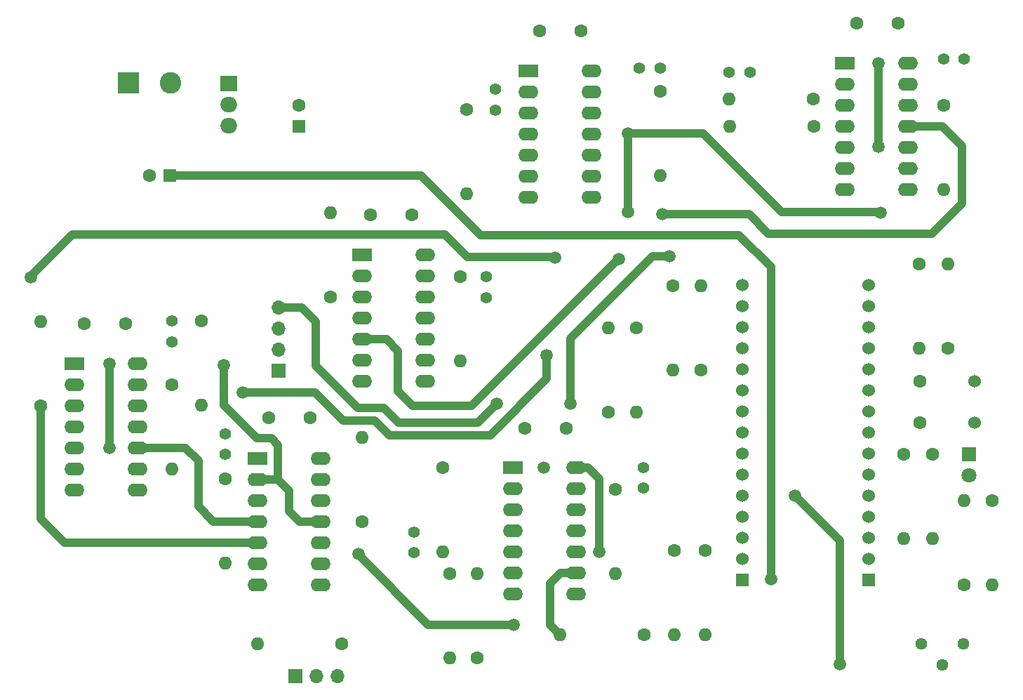
<source format=gbr>
%TF.GenerationSoftware,KiCad,Pcbnew,8.0.0*%
%TF.CreationDate,2025-03-12T14:14:52+01:00*%
%TF.ProjectId,Coincidence_board,436f696e-6369-4646-956e-63655f626f61,rev?*%
%TF.SameCoordinates,Original*%
%TF.FileFunction,Copper,L1,Top*%
%TF.FilePolarity,Positive*%
%FSLAX46Y46*%
G04 Gerber Fmt 4.6, Leading zero omitted, Abs format (unit mm)*
G04 Created by KiCad (PCBNEW 8.0.0) date 2025-03-12 14:14:52*
%MOMM*%
%LPD*%
G01*
G04 APERTURE LIST*
%TA.AperFunction,ComponentPad*%
%ADD10C,1.600000*%
%TD*%
%TA.AperFunction,ComponentPad*%
%ADD11O,1.600000X1.600000*%
%TD*%
%TA.AperFunction,ComponentPad*%
%ADD12C,1.400000*%
%TD*%
%TA.AperFunction,ComponentPad*%
%ADD13R,1.530000X1.530000*%
%TD*%
%TA.AperFunction,ComponentPad*%
%ADD14C,1.530000*%
%TD*%
%TA.AperFunction,ComponentPad*%
%ADD15R,2.600000X2.600000*%
%TD*%
%TA.AperFunction,ComponentPad*%
%ADD16C,2.600000*%
%TD*%
%TA.AperFunction,ComponentPad*%
%ADD17R,1.600000X1.600000*%
%TD*%
%TA.AperFunction,ComponentPad*%
%ADD18C,1.524000*%
%TD*%
%TA.AperFunction,ComponentPad*%
%ADD19R,2.000000X1.905000*%
%TD*%
%TA.AperFunction,ComponentPad*%
%ADD20O,2.000000X1.905000*%
%TD*%
%TA.AperFunction,ComponentPad*%
%ADD21R,2.400000X1.600000*%
%TD*%
%TA.AperFunction,ComponentPad*%
%ADD22O,2.400000X1.600000*%
%TD*%
%TA.AperFunction,ComponentPad*%
%ADD23R,1.700000X1.700000*%
%TD*%
%TA.AperFunction,ComponentPad*%
%ADD24O,1.700000X1.700000*%
%TD*%
%TA.AperFunction,ComponentPad*%
%ADD25R,1.800000X1.800000*%
%TD*%
%TA.AperFunction,ComponentPad*%
%ADD26C,1.800000*%
%TD*%
%TA.AperFunction,ComponentPad*%
%ADD27C,1.440000*%
%TD*%
%TA.AperFunction,ViaPad*%
%ADD28C,1.500000*%
%TD*%
%TA.AperFunction,Conductor*%
%ADD29C,1.000000*%
%TD*%
G04 APERTURE END LIST*
D10*
%TO.P,R1,1*%
%TO.N,SW1_OUT*%
X244925000Y-120705000D03*
D11*
%TO.P,R1,2*%
%TO.N,GND*%
X244925000Y-130865000D03*
%TD*%
D10*
%TO.P,R17,1*%
%TO.N,B2out_nuc*%
X209320000Y-115560000D03*
D11*
%TO.P,R17,2*%
%TO.N,B2out*%
X209320000Y-105400000D03*
%TD*%
D12*
%TO.P,C5,1*%
%TO.N,GND*%
X213020000Y-74120000D03*
%TO.P,C5,2*%
%TO.N,Net-(U2B-~{S})*%
X215520000Y-74120000D03*
%TD*%
D10*
%TO.P,R24,1*%
%TO.N,ABCout_nuc*%
X177135000Y-143525000D03*
D11*
%TO.P,R24,2*%
%TO.N,ABCout*%
X166975000Y-143525000D03*
%TD*%
D10*
%TO.P,R25,1*%
%TO.N,GND*%
X246780000Y-97710000D03*
D11*
%TO.P,R25,2*%
%TO.N,AB2out_nuc*%
X246780000Y-107870000D03*
%TD*%
D13*
%TO.P,U8,CN3_1,PA9*%
%TO.N,ABCout_nuc*%
X240745000Y-135845000D03*
D14*
%TO.P,U8,CN3_2,PA10*%
%TO.N,unconnected-(U8A-PA10-PadCN3_2)*%
X240745000Y-133305000D03*
%TO.P,U8,CN3_3,NRST_CN3*%
%TO.N,unconnected-(U8A-NRST_CN3-PadCN3_3)*%
X240745000Y-130765000D03*
%TO.P,U8,CN3_4,GND_CN3*%
%TO.N,GND*%
X240745000Y-128225000D03*
%TO.P,U8,CN3_5,PA12*%
%TO.N,BC2out_nuc*%
X240745000Y-125685000D03*
%TO.P,U8,CN3_6,PB0*%
%TO.N,LED_OUT*%
X240745000Y-123145000D03*
%TO.P,U8,CN3_7,PB7*%
%TO.N,SW1_OUT*%
X240745000Y-120605000D03*
%TO.P,U8,CN3_8,PB6*%
%TO.N,unconnected-(U8A-PB6-PadCN3_8)*%
X240745000Y-118065000D03*
%TO.P,U8,CN3_9,PB1*%
%TO.N,unconnected-(U8A-PB1-PadCN3_9)*%
X240745000Y-115525000D03*
%TO.P,U8,CN3_10,PC14*%
%TO.N,unconnected-(U8A-PC14-PadCN3_10)*%
X240745000Y-112985000D03*
%TO.P,U8,CN3_11,PC15*%
%TO.N,unconnected-(U8A-PC15-PadCN3_11)*%
X240745000Y-110445000D03*
%TO.P,U8,CN3_12,PA8*%
%TO.N,AB2out_nuc*%
X240745000Y-107905000D03*
%TO.P,U8,CN3_13,PA11*%
%TO.N,unconnected-(U8A-PA11-PadCN3_13)*%
X240745000Y-105365000D03*
%TO.P,U8,CN3_14,PB5*%
%TO.N,AC2out_nuc*%
X240745000Y-102825000D03*
%TO.P,U8,CN3_15,PB4*%
%TO.N,unconnected-(U8A-PB4-PadCN3_15)*%
X240745000Y-100285000D03*
D13*
%TO.P,U8,CN4_1,VIN*%
%TO.N,VIN*%
X225505000Y-135845000D03*
D14*
%TO.P,U8,CN4_2,GND_CN4*%
%TO.N,GND*%
X225505000Y-133305000D03*
%TO.P,U8,CN4_3,NRST_CN4*%
%TO.N,unconnected-(U8B-NRST_CN4-PadCN4_3)*%
X225505000Y-130765000D03*
%TO.P,U8,CN4_4,+5V*%
%TO.N,5V_NUC*%
X225505000Y-128225000D03*
%TO.P,U8,CN4_5,PA2*%
%TO.N,POT_OUT*%
X225505000Y-125685000D03*
%TO.P,U8,CN4_6,PA7*%
%TO.N,unconnected-(U8B-PA7-PadCN4_6)*%
X225505000Y-123145000D03*
%TO.P,U8,CN4_7,PA6*%
%TO.N,C2out_nuc*%
X225505000Y-120605000D03*
%TO.P,U8,CN4_8,PA5*%
%TO.N,unconnected-(U8B-PA5-PadCN4_8)*%
X225505000Y-118065000D03*
%TO.P,U8,CN4_9,PA4*%
%TO.N,B2out_nuc*%
X225505000Y-115525000D03*
%TO.P,U8,CN4_10,PA3*%
%TO.N,unconnected-(U8B-PA3-PadCN4_10)*%
X225505000Y-112985000D03*
%TO.P,U8,CN4_11,PA1*%
%TO.N,A2out_nuc*%
X225505000Y-110445000D03*
%TO.P,U8,CN4_12,PA0*%
%TO.N,unconnected-(U8B-PA0-PadCN4_12)*%
X225505000Y-107905000D03*
%TO.P,U8,CN4_13,AREF*%
%TO.N,unconnected-(U8B-AREF-PadCN4_13)*%
X225505000Y-105365000D03*
%TO.P,U8,CN4_14,+3V3*%
%TO.N,3.3V_NUC*%
X225505000Y-102825000D03*
%TO.P,U8,CN4_15,PB3*%
%TO.N,unconnected-(U8B-PB3-PadCN4_15)*%
X225505000Y-100285000D03*
%TD*%
D15*
%TO.P,J3,1,Pin_1*%
%TO.N,GND*%
X151355000Y-75917623D03*
D16*
%TO.P,J3,2,Pin_2*%
%TO.N,VIN*%
X156435000Y-75917623D03*
%TD*%
D10*
%TO.P,R29,1*%
%TO.N,GND*%
X252200000Y-136460000D03*
D11*
%TO.P,R29,2*%
%TO.N,BC2out_nuc*%
X252200000Y-126300000D03*
%TD*%
D10*
%TO.P,R13,1*%
%TO.N,Net-(U6B-~{R})*%
X249800000Y-78600000D03*
D11*
%TO.P,R13,2*%
%TO.N,Net-(U6B-~{Q})*%
X249800000Y-88760000D03*
%TD*%
D10*
%TO.P,R28,1*%
%TO.N,AC2out_nuc*%
X213650000Y-142475000D03*
D11*
%TO.P,R28,2*%
%TO.N,AC2out*%
X203490000Y-142475000D03*
%TD*%
D17*
%TO.P,C2,1*%
%TO.N,5V*%
X172000000Y-81100000D03*
D10*
%TO.P,C2,2*%
%TO.N,GND*%
X172000000Y-78600000D03*
%TD*%
D18*
%TO.P,SW1,1,1*%
%TO.N,3.3V_NUC*%
X253505000Y-111885000D03*
%TO.P,SW1,2,2*%
%TO.N,SW1_OUT*%
X253505000Y-116885000D03*
%TD*%
D12*
%TO.P,C6,1*%
%TO.N,GND*%
X156600000Y-104625000D03*
%TO.P,C6,2*%
%TO.N,Net-(U1B-~{R})*%
X156600000Y-107125000D03*
%TD*%
D19*
%TO.P,U3,1,VI*%
%TO.N,VIN*%
X163455000Y-75932623D03*
D20*
%TO.P,U3,2,GND*%
%TO.N,GND*%
X163455000Y-78472623D03*
%TO.P,U3,3,VO*%
%TO.N,5V*%
X163455000Y-81012623D03*
%TD*%
D10*
%TO.P,C1,1*%
%TO.N,3.3V_NUC*%
X246905000Y-111885000D03*
%TO.P,C1,2*%
%TO.N,SW1_OUT*%
X246905000Y-116885000D03*
%TD*%
%TO.P,R14,1*%
%TO.N,Net-(U4A-~{R})*%
X163045000Y-123680000D03*
D11*
%TO.P,R14,2*%
%TO.N,Net-(U4A-~{Q})*%
X163045000Y-133840000D03*
%TD*%
D21*
%TO.P,U5,1,~{R}*%
%TO.N,5V*%
X197800000Y-122320000D03*
D22*
%TO.P,U5,2,D*%
%TO.N,GND*%
X197800000Y-124860000D03*
%TO.P,U5,3,C*%
%TO.N,Net-(U4B-~{Q})*%
X197800000Y-127400000D03*
%TO.P,U5,4,~{S}*%
%TO.N,Net-(U5A-~{S})*%
X197800000Y-129940000D03*
%TO.P,U5,5,Q*%
%TO.N,Net-(U5A-Q)*%
X197800000Y-132480000D03*
%TO.P,U5,6,~{Q}*%
%TO.N,C2out*%
X197800000Y-135020000D03*
%TO.P,U5,7,GND*%
%TO.N,GND*%
X197800000Y-137560000D03*
%TO.P,U5,8,~{Q}*%
%TO.N,Net-(U5B-~{Q})*%
X205420000Y-137560000D03*
%TO.P,U5,9,Q*%
%TO.N,AC2out*%
X205420000Y-135020000D03*
%TO.P,U5,10,~{S}*%
%TO.N,5V*%
X205420000Y-132480000D03*
%TO.P,U5,11,C*%
%TO.N,Net-(U4B-Q)*%
X205420000Y-129940000D03*
%TO.P,U5,12,D*%
%TO.N,A2in*%
X205420000Y-127400000D03*
%TO.P,U5,13,~{R}*%
%TO.N,Net-(U5B-~{R})*%
X205420000Y-124860000D03*
%TO.P,U5,14,VCC*%
%TO.N,5V*%
X205420000Y-122320000D03*
%TD*%
D10*
%TO.P,R10,1*%
%TO.N,A2in*%
X234040000Y-77820000D03*
D11*
%TO.P,R10,2*%
%TO.N,GND*%
X223880000Y-77820000D03*
%TD*%
D10*
%TO.P,R18,1*%
%TO.N,GND*%
X212700000Y-105420000D03*
D11*
%TO.P,R18,2*%
%TO.N,B2out_nuc*%
X212700000Y-115580000D03*
%TD*%
D10*
%TO.P,C9,1*%
%TO.N,GND*%
X239250000Y-68675000D03*
%TO.P,C9,2*%
%TO.N,5V*%
X244250000Y-68675000D03*
%TD*%
%TO.P,R5,1*%
%TO.N,BC2out*%
X140780000Y-114800000D03*
D11*
%TO.P,R5,2*%
%TO.N,GND*%
X140780000Y-104640000D03*
%TD*%
D21*
%TO.P,U6,1,~{R}*%
%TO.N,5V*%
X237860000Y-73520000D03*
D22*
%TO.P,U6,2,D*%
%TO.N,GND*%
X237860000Y-76060000D03*
%TO.P,U6,3,C*%
%TO.N,A2in*%
X237860000Y-78600000D03*
%TO.P,U6,4,~{S}*%
%TO.N,Net-(U6A-~{S})*%
X237860000Y-81140000D03*
%TO.P,U6,5,Q*%
%TO.N,Net-(U6A-Q)*%
X237860000Y-83680000D03*
%TO.P,U6,6,~{Q}*%
%TO.N,A2out*%
X237860000Y-86220000D03*
%TO.P,U6,7,GND*%
%TO.N,GND*%
X237860000Y-88760000D03*
%TO.P,U6,8,~{Q}*%
%TO.N,Net-(U6B-~{Q})*%
X245480000Y-88760000D03*
%TO.P,U6,9,Q*%
%TO.N,AB2out*%
X245480000Y-86220000D03*
%TO.P,U6,10,~{S}*%
%TO.N,5V*%
X245480000Y-83680000D03*
%TO.P,U6,11,C*%
%TO.N,Net-(U4A-C)*%
X245480000Y-81140000D03*
%TO.P,U6,12,D*%
%TO.N,A2in*%
X245480000Y-78600000D03*
%TO.P,U6,13,~{R}*%
%TO.N,Net-(U6B-~{R})*%
X245480000Y-76060000D03*
%TO.P,U6,14,VCC*%
%TO.N,5V*%
X245480000Y-73520000D03*
%TD*%
D10*
%TO.P,C8,1*%
%TO.N,5V*%
X151080000Y-104920000D03*
%TO.P,C8,2*%
%TO.N,GND*%
X146080000Y-104920000D03*
%TD*%
%TO.P,R19,1*%
%TO.N,GND*%
X217120000Y-100320000D03*
D11*
%TO.P,R19,2*%
%TO.N,A2out_nuc*%
X217120000Y-110480000D03*
%TD*%
D10*
%TO.P,R21,1*%
%TO.N,GND*%
X190120000Y-135060000D03*
D11*
%TO.P,R21,2*%
%TO.N,C2out_nuc*%
X190120000Y-145220000D03*
%TD*%
D12*
%TO.P,C14,1*%
%TO.N,GND*%
X213540000Y-122270000D03*
%TO.P,C14,2*%
%TO.N,Net-(U5B-~{R})*%
X213540000Y-124770000D03*
%TD*%
D10*
%TO.P,R2,1*%
%TO.N,C2in*%
X179578000Y-128778000D03*
D11*
%TO.P,R2,2*%
%TO.N,GND*%
X179578000Y-118618000D03*
%TD*%
D10*
%TO.P,R12,1*%
%TO.N,Net-(U6A-~{S})*%
X234080000Y-81120000D03*
D11*
%TO.P,R12,2*%
%TO.N,Net-(U6A-Q)*%
X223920000Y-81120000D03*
%TD*%
D10*
%TO.P,R15,1*%
%TO.N,Net-(U7B-~{S})*%
X191400000Y-99240000D03*
D11*
%TO.P,R15,2*%
%TO.N,Net-(U7B-Q)*%
X191400000Y-109400000D03*
%TD*%
D21*
%TO.P,U4,1,~{R}*%
%TO.N,Net-(U4A-~{R})*%
X167005000Y-121160000D03*
D22*
%TO.P,U4,2,D*%
%TO.N,C2in*%
X167005000Y-123700000D03*
%TO.P,U4,3,C*%
%TO.N,Net-(U4A-C)*%
X167005000Y-126240000D03*
%TO.P,U4,4,~{S}*%
%TO.N,5V*%
X167005000Y-128780000D03*
%TO.P,U4,5,Q*%
%TO.N,BC2out*%
X167005000Y-131320000D03*
%TO.P,U4,6,~{Q}*%
%TO.N,Net-(U4A-~{Q})*%
X167005000Y-133860000D03*
%TO.P,U4,7,GND*%
%TO.N,GND*%
X167005000Y-136400000D03*
%TO.P,U4,8,~{Q}*%
%TO.N,Net-(U4B-~{Q})*%
X174625000Y-136400000D03*
%TO.P,U4,9,Q*%
%TO.N,Net-(U4B-Q)*%
X174625000Y-133860000D03*
%TO.P,U4,10,~{S}*%
X174625000Y-131320000D03*
%TO.P,U4,11,C*%
%TO.N,C2in*%
X174625000Y-128780000D03*
%TO.P,U4,12,D*%
%TO.N,GND*%
X174625000Y-126240000D03*
%TO.P,U4,13,~{R}*%
%TO.N,5V*%
X174625000Y-123700000D03*
%TO.P,U4,14,VCC*%
X174625000Y-121160000D03*
%TD*%
D17*
%TO.P,C3,1*%
%TO.N,VIN*%
X156400000Y-87100000D03*
D10*
%TO.P,C3,2*%
%TO.N,GND*%
X153900000Y-87100000D03*
%TD*%
%TO.P,R20,1*%
%TO.N,A2out_nuc*%
X220500000Y-110480000D03*
D11*
%TO.P,R20,2*%
%TO.N,A2out*%
X220500000Y-100320000D03*
%TD*%
D12*
%TO.P,C7,1*%
%TO.N,GND*%
X195650000Y-76670000D03*
%TO.P,C7,2*%
%TO.N,Net-(U2A-~{S})*%
X195650000Y-79170000D03*
%TD*%
D10*
%TO.P,R3,1*%
%TO.N,Net-(D1-K)*%
X248425000Y-120705000D03*
D11*
%TO.P,R3,2*%
%TO.N,GND*%
X248425000Y-130865000D03*
%TD*%
D23*
%TO.P,J5,1,Pin_1*%
%TO.N,AB2out*%
X171575000Y-147450000D03*
D24*
%TO.P,J5,2,Pin_2*%
%TO.N,BC2out*%
X174115000Y-147450000D03*
%TO.P,J5,3,Pin_3*%
%TO.N,GND*%
X176655000Y-147450000D03*
%TD*%
D10*
%TO.P,R4,1*%
%TO.N,Net-(U2B-~{S})*%
X215600000Y-76940000D03*
D11*
%TO.P,R4,2*%
%TO.N,Net-(U2B-Q)*%
X215600000Y-87100000D03*
%TD*%
D10*
%TO.P,C11,1*%
%TO.N,GND*%
X180620000Y-91820000D03*
%TO.P,C11,2*%
%TO.N,5V*%
X185620000Y-91820000D03*
%TD*%
%TO.P,R22,1*%
%TO.N,GND*%
X217225000Y-132245000D03*
D11*
%TO.P,R22,2*%
%TO.N,ABCout_nuc*%
X217225000Y-142405000D03*
%TD*%
D10*
%TO.P,R23,1*%
%TO.N,C2out_nuc*%
X193500000Y-145200000D03*
D11*
%TO.P,R23,2*%
%TO.N,C2out*%
X193500000Y-135040000D03*
%TD*%
D10*
%TO.P,R16,1*%
%TO.N,B2in*%
X175800000Y-101700000D03*
D11*
%TO.P,R16,2*%
%TO.N,GND*%
X175800000Y-91540000D03*
%TD*%
D10*
%TO.P,R26,1*%
%TO.N,AB2out_nuc*%
X250280000Y-107870000D03*
D11*
%TO.P,R26,2*%
%TO.N,AB2out*%
X250280000Y-97710000D03*
%TD*%
D10*
%TO.P,C4,1*%
%TO.N,5V*%
X204220000Y-117560000D03*
%TO.P,C4,2*%
%TO.N,GND*%
X199220000Y-117560000D03*
%TD*%
D12*
%TO.P,C17,1*%
%TO.N,GND*%
X163075000Y-118210000D03*
%TO.P,C17,2*%
%TO.N,Net-(U4A-~{R})*%
X163075000Y-120710000D03*
%TD*%
%TO.P,C18,1*%
%TO.N,GND*%
X194550000Y-101790000D03*
%TO.P,C18,2*%
%TO.N,Net-(U7B-~{S})*%
X194550000Y-99290000D03*
%TD*%
D25*
%TO.P,D1,1,K*%
%TO.N,Net-(D1-K)*%
X252840000Y-120710000D03*
D26*
%TO.P,D1,2,A*%
%TO.N,LED_OUT*%
X252840000Y-123250000D03*
%TD*%
D10*
%TO.P,R6,1*%
%TO.N,GND*%
X160150000Y-104590000D03*
D11*
%TO.P,R6,2*%
%TO.N,AB2out*%
X160150000Y-114750000D03*
%TD*%
D10*
%TO.P,C12,1*%
%TO.N,GND*%
X201000000Y-69620000D03*
%TO.P,C12,2*%
%TO.N,5V*%
X206000000Y-69620000D03*
%TD*%
D21*
%TO.P,U7,1,~{R}*%
%TO.N,5V*%
X179540000Y-96670000D03*
D22*
%TO.P,U7,2,D*%
%TO.N,GND*%
X179540000Y-99210000D03*
%TO.P,U7,3,C*%
%TO.N,B2in*%
X179540000Y-101750000D03*
%TO.P,U7,4,~{S}*%
%TO.N,Net-(U4A-C)*%
X179540000Y-104290000D03*
%TO.P,U7,5,Q*%
X179540000Y-106830000D03*
%TO.P,U7,6,~{Q}*%
%TO.N,Net-(U7A-~{Q})*%
X179540000Y-109370000D03*
%TO.P,U7,7,GND*%
%TO.N,GND*%
X179540000Y-111910000D03*
%TO.P,U7,8,~{Q}*%
%TO.N,B2out*%
X187160000Y-111910000D03*
%TO.P,U7,9,Q*%
%TO.N,Net-(U7B-Q)*%
X187160000Y-109370000D03*
%TO.P,U7,10,~{S}*%
%TO.N,Net-(U7B-~{S})*%
X187160000Y-106830000D03*
%TO.P,U7,11,C*%
%TO.N,Net-(U7A-~{Q})*%
X187160000Y-104290000D03*
%TO.P,U7,12,D*%
%TO.N,GND*%
X187160000Y-101750000D03*
%TO.P,U7,13,~{R}*%
%TO.N,5V*%
X187160000Y-99210000D03*
%TO.P,U7,14,VCC*%
X187160000Y-96670000D03*
%TD*%
D21*
%TO.P,U1,1,~{R}*%
%TO.N,5V*%
X144860000Y-109740000D03*
D22*
%TO.P,U1,2,D*%
%TO.N,GND*%
X144860000Y-112280000D03*
%TO.P,U1,3,C*%
%TO.N,BC2out*%
X144860000Y-114820000D03*
%TO.P,U1,4,~{S}*%
%TO.N,Net-(U1A-Q)*%
X144860000Y-117360000D03*
%TO.P,U1,5,Q*%
X144860000Y-119900000D03*
%TO.P,U1,6,~{Q}*%
%TO.N,Net-(U1A-~{Q})*%
X144860000Y-122440000D03*
%TO.P,U1,7,GND*%
%TO.N,GND*%
X144860000Y-124980000D03*
%TO.P,U1,8,~{Q}*%
%TO.N,Net-(U1B-~{Q})*%
X152480000Y-124980000D03*
%TO.P,U1,9,Q*%
%TO.N,ABCout*%
X152480000Y-122440000D03*
%TO.P,U1,10,~{S}*%
%TO.N,5V*%
X152480000Y-119900000D03*
%TO.P,U1,11,C*%
%TO.N,Net-(U1A-Q)*%
X152480000Y-117360000D03*
%TO.P,U1,12,D*%
%TO.N,AB2out*%
X152480000Y-114820000D03*
%TO.P,U1,13,~{R}*%
%TO.N,Net-(U1B-~{R})*%
X152480000Y-112280000D03*
%TO.P,U1,14,VCC*%
%TO.N,5V*%
X152480000Y-109740000D03*
%TD*%
D12*
%TO.P,C16,1*%
%TO.N,GND*%
X252230000Y-73020000D03*
%TO.P,C16,2*%
%TO.N,Net-(U6B-~{R})*%
X249730000Y-73020000D03*
%TD*%
%TO.P,C15,1*%
%TO.N,GND*%
X223900000Y-74600000D03*
%TO.P,C15,2*%
%TO.N,Net-(U6A-~{S})*%
X226400000Y-74600000D03*
%TD*%
D10*
%TO.P,R27,1*%
%TO.N,GND*%
X220950000Y-132275000D03*
D11*
%TO.P,R27,2*%
%TO.N,AC2out_nuc*%
X220950000Y-142435000D03*
%TD*%
D10*
%TO.P,C10,1*%
%TO.N,GND*%
X168325000Y-116260000D03*
%TO.P,C10,2*%
%TO.N,5V*%
X173325000Y-116260000D03*
%TD*%
D21*
%TO.P,U2,1,~{R}*%
%TO.N,5V*%
X199680000Y-74420000D03*
D22*
%TO.P,U2,2,D*%
%TO.N,GND*%
X199680000Y-76960000D03*
%TO.P,U2,3,C*%
%TO.N,Net-(U1A-~{Q})*%
X199680000Y-79500000D03*
%TO.P,U2,4,~{S}*%
%TO.N,Net-(U2A-~{S})*%
X199680000Y-82040000D03*
%TO.P,U2,5,Q*%
%TO.N,Net-(U2A-Q)*%
X199680000Y-84580000D03*
%TO.P,U2,6,~{Q}*%
%TO.N,Bout*%
X199680000Y-87120000D03*
%TO.P,U2,7,GND*%
%TO.N,GND*%
X199680000Y-89660000D03*
%TO.P,U2,8,~{Q}*%
%TO.N,Aout*%
X207300000Y-89660000D03*
%TO.P,U2,9,Q*%
%TO.N,Net-(U2B-Q)*%
X207300000Y-87120000D03*
%TO.P,U2,10,~{S}*%
%TO.N,Net-(U2B-~{S})*%
X207300000Y-84580000D03*
%TO.P,U2,11,C*%
%TO.N,AB2out*%
X207300000Y-82040000D03*
%TO.P,U2,12,D*%
%TO.N,GND*%
X207300000Y-79500000D03*
%TO.P,U2,13,~{R}*%
%TO.N,5V*%
X207300000Y-76960000D03*
%TO.P,U2,14,VCC*%
X207300000Y-74420000D03*
%TD*%
D10*
%TO.P,R7,1*%
%TO.N,Net-(U1B-~{R})*%
X156600000Y-112320000D03*
D11*
%TO.P,R7,2*%
%TO.N,Net-(U1B-~{Q})*%
X156600000Y-122480000D03*
%TD*%
D27*
%TO.P,RV1,1,1*%
%TO.N,3.3V_NUC*%
X247020000Y-143500000D03*
%TO.P,RV1,2,2*%
%TO.N,POT_OUT*%
X249560000Y-146040000D03*
%TO.P,RV1,3,3*%
%TO.N,GND*%
X252100000Y-143500000D03*
%TD*%
D10*
%TO.P,R11,1*%
%TO.N,Net-(U5B-~{R})*%
X210180000Y-124870000D03*
D11*
%TO.P,R11,2*%
%TO.N,Net-(U5B-~{Q})*%
X210180000Y-135030000D03*
%TD*%
D10*
%TO.P,R8,1*%
%TO.N,Net-(U2A-~{S})*%
X192200000Y-79120000D03*
D11*
%TO.P,R8,2*%
%TO.N,Net-(U2A-Q)*%
X192200000Y-89280000D03*
%TD*%
D12*
%TO.P,C13,1*%
%TO.N,GND*%
X185830000Y-132570000D03*
%TO.P,C13,2*%
%TO.N,Net-(U5A-~{S})*%
X185830000Y-130070000D03*
%TD*%
D23*
%TO.P,J1,1,Pin_1*%
%TO.N,GND*%
X169500000Y-110600000D03*
D24*
%TO.P,J1,2,Pin_2*%
%TO.N,C2in*%
X169500000Y-108060000D03*
%TO.P,J1,3,Pin_3*%
%TO.N,B2in*%
X169500000Y-105520000D03*
%TO.P,J1,4,Pin_4*%
%TO.N,A2in*%
X169500000Y-102980000D03*
%TD*%
D10*
%TO.P,R30,1*%
%TO.N,BC2out_nuc*%
X255600000Y-126300000D03*
D11*
%TO.P,R30,2*%
%TO.N,BC2out*%
X255600000Y-136460000D03*
%TD*%
D10*
%TO.P,R9,1*%
%TO.N,Net-(U5A-~{S})*%
X189300000Y-122300000D03*
D11*
%TO.P,R9,2*%
%TO.N,Net-(U5A-Q)*%
X189300000Y-132460000D03*
%TD*%
D28*
%TO.N,VIN*%
X228900000Y-135770000D03*
%TO.N,POT_OUT*%
X237200000Y-146000000D03*
X231850000Y-125700000D03*
%TO.N,A2in*%
X204724000Y-114554000D03*
X195834000Y-114554000D03*
X216662000Y-96774000D03*
%TO.N,C2in*%
X162900000Y-109960000D03*
%TO.N,5V*%
X208170000Y-132470000D03*
X149100000Y-109740000D03*
X149100000Y-119900000D03*
X201540000Y-122320000D03*
X241900000Y-83600000D03*
X241900000Y-73520000D03*
%TO.N,AB2out*%
X201870000Y-108712000D03*
X165180000Y-113200000D03*
X242160000Y-91540000D03*
X211690000Y-91510000D03*
X211670000Y-81950000D03*
%TO.N,Net-(U1A-~{Q})*%
X202860000Y-96950000D03*
X139580000Y-99330000D03*
%TO.N,Net-(U4A-C)*%
X215839000Y-91755000D03*
X210566000Y-97135000D03*
%TO.N,Net-(U4B-Q)*%
X197890000Y-141210000D03*
X179130000Y-132670000D03*
%TD*%
D29*
%TO.N,VIN*%
X228900000Y-98100000D02*
X225060000Y-94260000D01*
X186690000Y-87100000D02*
X156400000Y-87100000D01*
X228900000Y-135770000D02*
X228900000Y-98100000D01*
X193850000Y-94260000D02*
X186690000Y-87100000D01*
X225060000Y-94260000D02*
X193850000Y-94260000D01*
%TO.N,POT_OUT*%
X231850000Y-125700000D02*
X237200000Y-131050000D01*
X237200000Y-131050000D02*
X237200000Y-146000000D01*
%TO.N,A2in*%
X193548000Y-116840000D02*
X184023000Y-116840000D01*
X182245000Y-115062000D02*
X179070000Y-115062000D01*
X184023000Y-116840000D02*
X182245000Y-115062000D01*
X204724000Y-106680000D02*
X214630000Y-96774000D01*
X214630000Y-96774000D02*
X216662000Y-96774000D01*
X173990000Y-109982000D02*
X173990000Y-104648000D01*
X195834000Y-114554000D02*
X193548000Y-116840000D01*
X179070000Y-115062000D02*
X173990000Y-109982000D01*
X172322000Y-102980000D02*
X169500000Y-102980000D01*
X204724000Y-114554000D02*
X204724000Y-106680000D01*
X173990000Y-104648000D02*
X172322000Y-102980000D01*
%TO.N,C2in*%
X169430000Y-119550000D02*
X168620000Y-118740000D01*
X172030000Y-128780000D02*
X174625000Y-128780000D01*
X170780000Y-127530000D02*
X172030000Y-128780000D01*
X167005000Y-123700000D02*
X169430000Y-123700000D01*
X166870000Y-118740000D02*
X162900000Y-114770000D01*
X168620000Y-118740000D02*
X166870000Y-118740000D01*
X162900000Y-114770000D02*
X162900000Y-109960000D01*
X169430000Y-123700000D02*
X170780000Y-125050000D01*
X170780000Y-125050000D02*
X170780000Y-127530000D01*
X169430000Y-123700000D02*
X169430000Y-119550000D01*
%TO.N,5V*%
X208170000Y-132470000D02*
X208170000Y-123680000D01*
X208170000Y-123680000D02*
X206810000Y-122320000D01*
X159830000Y-121480000D02*
X159830000Y-126960000D01*
X161650000Y-128780000D02*
X167005000Y-128780000D01*
X206810000Y-122320000D02*
X205420000Y-122320000D01*
X159830000Y-126960000D02*
X161650000Y-128780000D01*
X149100000Y-119900000D02*
X149100000Y-109740000D01*
X152480000Y-119900000D02*
X158250000Y-119900000D01*
X158250000Y-119900000D02*
X159830000Y-121480000D01*
X241900000Y-83600000D02*
X241900000Y-73520000D01*
%TO.N,AB2out*%
X182880000Y-118364000D02*
X181102000Y-116586000D01*
X220700000Y-81950000D02*
X211670000Y-81950000D01*
X181102000Y-116586000D02*
X177292000Y-116586000D01*
X242070000Y-91450000D02*
X230200000Y-91450000D01*
X211690000Y-91510000D02*
X211670000Y-91490000D01*
X201870000Y-108712000D02*
X201870000Y-111566000D01*
X173906000Y-113200000D02*
X165180000Y-113200000D01*
X230200000Y-91450000D02*
X220700000Y-81950000D01*
X211670000Y-91490000D02*
X211670000Y-81950000D01*
X242160000Y-91540000D02*
X242070000Y-91450000D01*
X177292000Y-116586000D02*
X173906000Y-113200000D01*
X201870000Y-111566000D02*
X195072000Y-118364000D01*
X195072000Y-118364000D02*
X182880000Y-118364000D01*
%TO.N,AC2out*%
X203520000Y-135020000D02*
X202290000Y-136250000D01*
X202290000Y-141275000D02*
X203490000Y-142475000D01*
X202290000Y-136250000D02*
X202290000Y-141275000D01*
X205420000Y-135020000D02*
X203520000Y-135020000D01*
%TO.N,BC2out*%
X140780000Y-114800000D02*
X140780000Y-128460000D01*
X140780000Y-128460000D02*
X143640000Y-131320000D01*
X143640000Y-131320000D02*
X167005000Y-131320000D01*
%TO.N,Net-(U1A-~{Q})*%
X139580000Y-99180000D02*
X139580000Y-99330000D01*
X202798680Y-96888680D02*
X192258680Y-96888680D01*
X144580000Y-94180000D02*
X139580000Y-99180000D01*
X202860000Y-96950000D02*
X202798680Y-96888680D01*
X192258680Y-96888680D02*
X189550000Y-94180000D01*
X189550000Y-94180000D02*
X144580000Y-94180000D01*
%TO.N,Net-(U4A-C)*%
X251960000Y-90470000D02*
X251960000Y-83520000D01*
X249580000Y-81140000D02*
X245480000Y-81140000D01*
X183896000Y-108204000D02*
X182522000Y-106830000D01*
X210566000Y-97135000D02*
X210459000Y-97135000D01*
X215839000Y-91755000D02*
X226275000Y-91755000D01*
X226275000Y-91755000D02*
X228600000Y-94080000D01*
X228600000Y-94080000D02*
X248350000Y-94080000D01*
X192786000Y-114808000D02*
X185674000Y-114808000D01*
X210459000Y-97135000D02*
X192786000Y-114808000D01*
X248350000Y-94080000D02*
X251960000Y-90470000D01*
X183896000Y-113030000D02*
X183896000Y-108204000D01*
X185674000Y-114808000D02*
X183896000Y-113030000D01*
X182522000Y-106830000D02*
X179540000Y-106830000D01*
X251960000Y-83520000D02*
X249580000Y-81140000D01*
%TO.N,Net-(U4B-Q)*%
X179130000Y-132770000D02*
X187570000Y-141210000D01*
X179130000Y-132670000D02*
X179130000Y-132770000D01*
X187570000Y-141210000D02*
X197890000Y-141210000D01*
%TD*%
M02*

</source>
